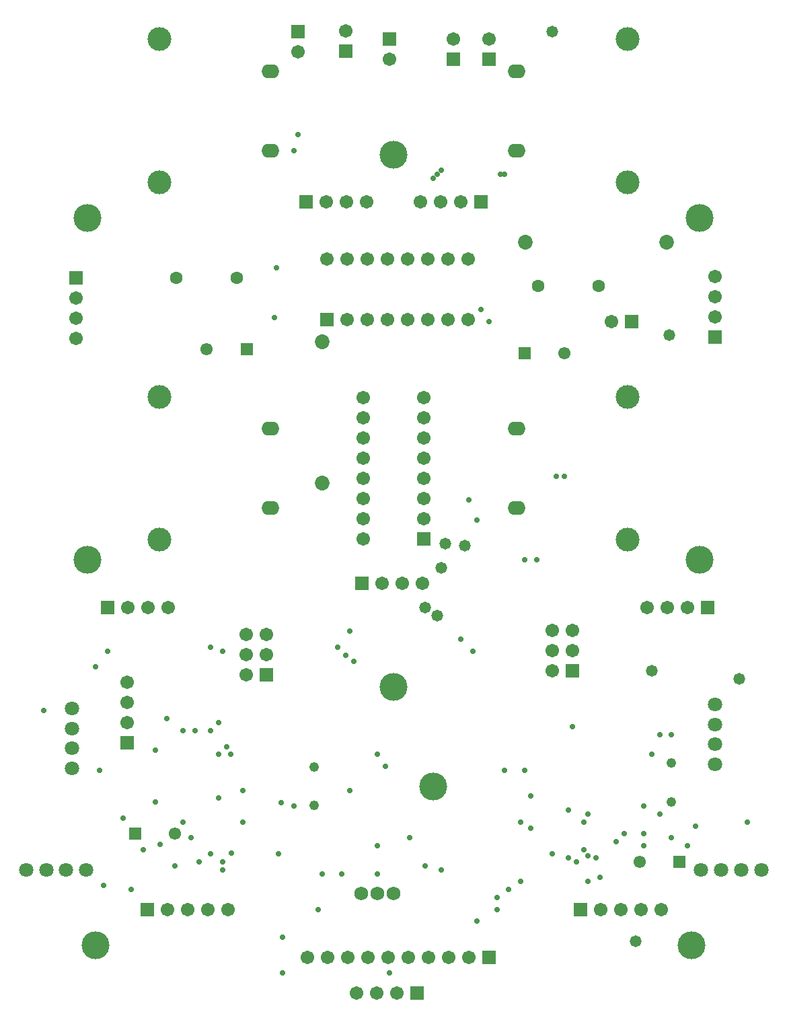
<source format=gbs>
G04 Layer_Color=16711935*
%FSLAX25Y25*%
%MOIN*%
G70*
G01*
G75*
%ADD47R,0.06706X0.06706*%
%ADD51R,0.06706X0.06706*%
%ADD55C,0.13800*%
%ADD56C,0.11800*%
%ADD57C,0.06706*%
%ADD58R,0.06706X0.06706*%
%ADD59R,0.06706X0.06706*%
%ADD60C,0.06312*%
%ADD61C,0.07296*%
%ADD62C,0.06115*%
%ADD63R,0.06115X0.06115*%
%ADD64C,0.06706*%
%ADD65O,0.08800X0.06800*%
%ADD66C,0.04855*%
%ADD67C,0.07099*%
%ADD68C,0.06800*%
%ADD69C,0.02800*%
%ADD70C,0.05800*%
D47*
X549213Y295276D02*
D03*
X251968Y295276D02*
D03*
X377953Y307087D02*
D03*
X405512Y104331D02*
D03*
X440945Y122047D02*
D03*
X437008Y496063D02*
D03*
X486220Y145669D02*
D03*
X350394Y496063D02*
D03*
X271654Y145669D02*
D03*
X511811Y437008D02*
D03*
D51*
X261811Y228346D02*
D03*
X482283Y263780D02*
D03*
X330709Y261811D02*
D03*
X440945Y566929D02*
D03*
X423228D02*
D03*
X391732Y576772D02*
D03*
X370079Y570866D02*
D03*
X346457Y580709D02*
D03*
X553150Y429134D02*
D03*
X236221Y458662D02*
D03*
D55*
X393701Y519685D02*
D03*
X413386Y206693D02*
D03*
X393701Y255906D02*
D03*
X541339Y127953D02*
D03*
X246063D02*
D03*
X545276Y318898D02*
D03*
X242126D02*
D03*
X545276Y488189D02*
D03*
X242126D02*
D03*
D56*
X277559Y399606D02*
D03*
Y328740D02*
D03*
X509842D02*
D03*
X277559Y505905D02*
D03*
X509842Y399606D02*
D03*
Y576772D02*
D03*
Y505905D02*
D03*
X277559Y576772D02*
D03*
D57*
X378701Y399173D02*
D03*
Y389173D02*
D03*
Y379173D02*
D03*
Y369173D02*
D03*
Y359173D02*
D03*
Y349173D02*
D03*
Y339173D02*
D03*
Y329173D02*
D03*
X408701Y399173D02*
D03*
Y389173D02*
D03*
Y379173D02*
D03*
Y369173D02*
D03*
Y359173D02*
D03*
Y349173D02*
D03*
Y339173D02*
D03*
X430669Y467756D02*
D03*
X420669D02*
D03*
X410669D02*
D03*
X400669D02*
D03*
X390669D02*
D03*
X380669D02*
D03*
X370669D02*
D03*
X360669D02*
D03*
X430669Y437756D02*
D03*
X420669D02*
D03*
X410669D02*
D03*
X400669D02*
D03*
X390669D02*
D03*
X380669D02*
D03*
X370669D02*
D03*
D58*
X408701Y329173D02*
D03*
D59*
X360669Y437756D02*
D03*
D60*
X495315Y454724D02*
D03*
X465315D02*
D03*
X316181Y458661D02*
D03*
X286181D02*
D03*
D61*
X358268Y426732D02*
D03*
Y356732D02*
D03*
X459094Y476378D02*
D03*
X529095D02*
D03*
D62*
X515748Y169291D02*
D03*
X478346Y421260D02*
D03*
X301181Y423228D02*
D03*
X285433Y183071D02*
D03*
D63*
X535433Y169291D02*
D03*
X458662Y421260D02*
D03*
X320866Y423228D02*
D03*
X265748Y183071D02*
D03*
D64*
X519213Y295276D02*
D03*
X529213D02*
D03*
X539213D02*
D03*
X281968Y295276D02*
D03*
X271968D02*
D03*
X261968D02*
D03*
X261811Y258347D02*
D03*
Y248346D02*
D03*
Y238347D02*
D03*
X472283Y263780D02*
D03*
X482283Y273780D02*
D03*
X472283D02*
D03*
X482283Y283780D02*
D03*
X472283D02*
D03*
X320709Y261811D02*
D03*
X330709Y271811D02*
D03*
X320709D02*
D03*
X330709Y281811D02*
D03*
X320709D02*
D03*
X407953Y307087D02*
D03*
X397953D02*
D03*
X387953D02*
D03*
X375512Y104331D02*
D03*
X385512D02*
D03*
X395512D02*
D03*
X420945Y122047D02*
D03*
X350945D02*
D03*
X360945D02*
D03*
X370945D02*
D03*
X380945D02*
D03*
X390945D02*
D03*
X400945D02*
D03*
X410945D02*
D03*
X430945D02*
D03*
X440945Y576929D02*
D03*
X423228D02*
D03*
X391732Y566772D02*
D03*
X370079Y580866D02*
D03*
X346457Y570709D02*
D03*
X553150Y459134D02*
D03*
Y449134D02*
D03*
Y439134D02*
D03*
X407008Y496063D02*
D03*
X417008D02*
D03*
X427008D02*
D03*
X526220Y145669D02*
D03*
X516220D02*
D03*
X506220D02*
D03*
X496220D02*
D03*
X380394Y496063D02*
D03*
X370394D02*
D03*
X360394D02*
D03*
X236221Y428661D02*
D03*
Y438661D02*
D03*
Y448662D02*
D03*
X311654Y145669D02*
D03*
X301654D02*
D03*
X291654D02*
D03*
X281654D02*
D03*
X501811Y437008D02*
D03*
D65*
X454724Y344488D02*
D03*
Y383858D02*
D03*
X454724Y561024D02*
D03*
Y521654D02*
D03*
X332677Y521654D02*
D03*
Y561024D02*
D03*
X332677Y383858D02*
D03*
Y344488D02*
D03*
D66*
X531496Y199055D02*
D03*
Y218268D02*
D03*
X354331Y197087D02*
D03*
Y216299D02*
D03*
D67*
X553150Y247126D02*
D03*
Y237126D02*
D03*
Y227441D02*
D03*
Y217441D02*
D03*
X556181Y165354D02*
D03*
X546181D02*
D03*
X575866D02*
D03*
X565866D02*
D03*
X221535D02*
D03*
X211535D02*
D03*
X234252Y235157D02*
D03*
Y245158D02*
D03*
X241220Y165354D02*
D03*
X231221D02*
D03*
X234252Y215472D02*
D03*
Y225472D02*
D03*
D68*
X385827Y153543D02*
D03*
X377827D02*
D03*
X393827D02*
D03*
D69*
X278140Y177747D02*
D03*
X389764Y216535D02*
D03*
X368110Y163386D02*
D03*
X496062Y161417D02*
D03*
X490158Y159449D02*
D03*
X435039Y139763D02*
D03*
X409449Y167323D02*
D03*
X309055Y273622D02*
D03*
X303150Y275590D02*
D03*
X295276Y234252D02*
D03*
X289370D02*
D03*
X318898Y204724D02*
D03*
Y188976D02*
D03*
X372047Y204724D02*
D03*
X338189Y198425D02*
D03*
X220472Y244094D02*
D03*
X251969Y273622D02*
D03*
X440945Y437008D02*
D03*
X437008Y442913D02*
D03*
X478346Y360236D02*
D03*
X474409D02*
D03*
X464567Y318898D02*
D03*
X458661D02*
D03*
X427165Y279528D02*
D03*
X433071Y273622D02*
D03*
X490158Y192913D02*
D03*
X488189Y188976D02*
D03*
X480315Y194882D02*
D03*
X346457Y529528D02*
D03*
X344488Y521654D02*
D03*
X374016Y268504D02*
D03*
X370079Y271654D02*
D03*
X366142Y275590D02*
D03*
X335630Y463583D02*
D03*
X448819Y509842D02*
D03*
X413386Y507874D02*
D03*
X415354Y509842D02*
D03*
X417323Y511811D02*
D03*
X446850Y509842D02*
D03*
X334646Y438976D02*
D03*
X307087Y200787D02*
D03*
X336614Y173228D02*
D03*
X385827Y163386D02*
D03*
X312992Y222441D02*
D03*
X385827Y177165D02*
D03*
X311024Y226378D02*
D03*
X385827Y222441D02*
D03*
X358268Y163386D02*
D03*
X431102Y348425D02*
D03*
X435039Y338583D02*
D03*
X246063Y265748D02*
D03*
X568898Y188976D02*
D03*
X543307Y187008D02*
D03*
X531496Y181102D02*
D03*
Y232283D02*
D03*
X525591D02*
D03*
X338583Y114173D02*
D03*
X309055Y165354D02*
D03*
X503937Y179134D02*
D03*
X517717Y177165D02*
D03*
X539370D02*
D03*
X507874Y183071D02*
D03*
X517717D02*
D03*
X521654Y222441D02*
D03*
X458661Y214567D02*
D03*
X448819D02*
D03*
X417323Y165354D02*
D03*
X344488Y196850D02*
D03*
X401575Y181102D02*
D03*
X303150Y173228D02*
D03*
X297244Y169291D02*
D03*
X263779Y155512D02*
D03*
X293307Y181102D02*
D03*
X269685Y175197D02*
D03*
X303150Y234252D02*
D03*
X281496Y240158D02*
D03*
X275590Y224410D02*
D03*
X250000Y157480D02*
D03*
X356299Y145669D02*
D03*
X338583Y131890D02*
D03*
X289370Y188976D02*
D03*
X275590Y198819D02*
D03*
X285433Y167323D02*
D03*
X484252Y169291D02*
D03*
X480315Y171260D02*
D03*
X313386Y173622D02*
D03*
X372047Y283465D02*
D03*
X488189Y175197D02*
D03*
X494095Y171260D02*
D03*
X391732Y114173D02*
D03*
X309055Y169291D02*
D03*
X472441Y173228D02*
D03*
X456693Y159449D02*
D03*
Y188976D02*
D03*
X461614Y186024D02*
D03*
Y201772D02*
D03*
X450787Y155512D02*
D03*
X444882Y151575D02*
D03*
Y145669D02*
D03*
X517717Y196850D02*
D03*
X482283Y236221D02*
D03*
X490158Y172244D02*
D03*
X307087Y222441D02*
D03*
Y238189D02*
D03*
X525591Y192913D02*
D03*
X259842Y190945D02*
D03*
X248031Y214567D02*
D03*
D70*
X472441Y580709D02*
D03*
X564961Y259842D02*
D03*
X530512Y430118D02*
D03*
X419291Y326772D02*
D03*
X429134Y325787D02*
D03*
X415354Y291339D02*
D03*
X409449Y295276D02*
D03*
X521654Y263779D02*
D03*
X513779Y129921D02*
D03*
X417323Y314961D02*
D03*
M02*

</source>
